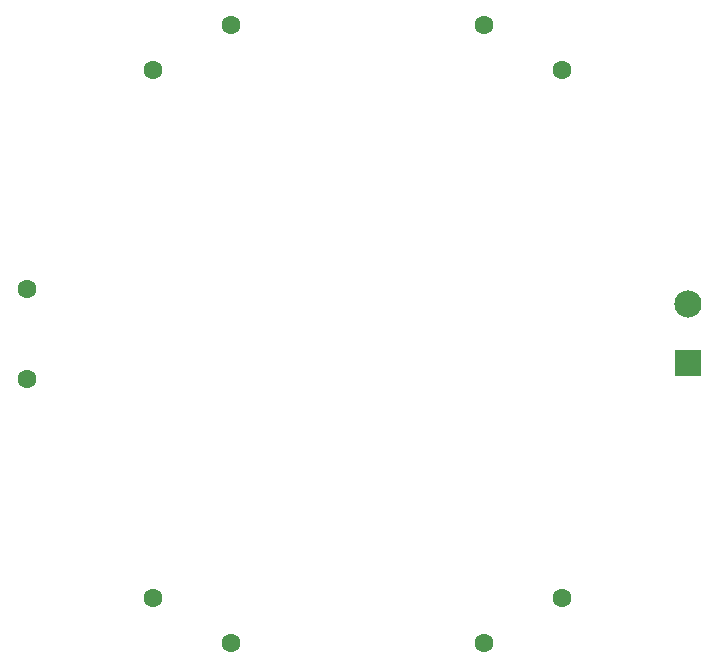
<source format=gbs>
G04*
G04 #@! TF.GenerationSoftware,Altium Limited,Altium Designer,20.0.10 (225)*
G04*
G04 Layer_Color=16711935*
%FSLAX25Y25*%
%MOIN*%
G70*
G01*
G75*
%ADD43R,0.09068X0.09068*%
%ADD44C,0.09068*%
%ADD45C,0.06312*%
D43*
X228346Y108268D02*
D03*
D44*
Y127953D02*
D03*
D45*
X160238Y221078D02*
D03*
X186219Y206078D02*
D03*
X160238Y15143D02*
D03*
X186219Y30143D02*
D03*
X75982Y15143D02*
D03*
X50002Y30143D02*
D03*
X7874Y133110D02*
D03*
Y103110D02*
D03*
X50002Y206078D02*
D03*
X75982Y221078D02*
D03*
M02*

</source>
